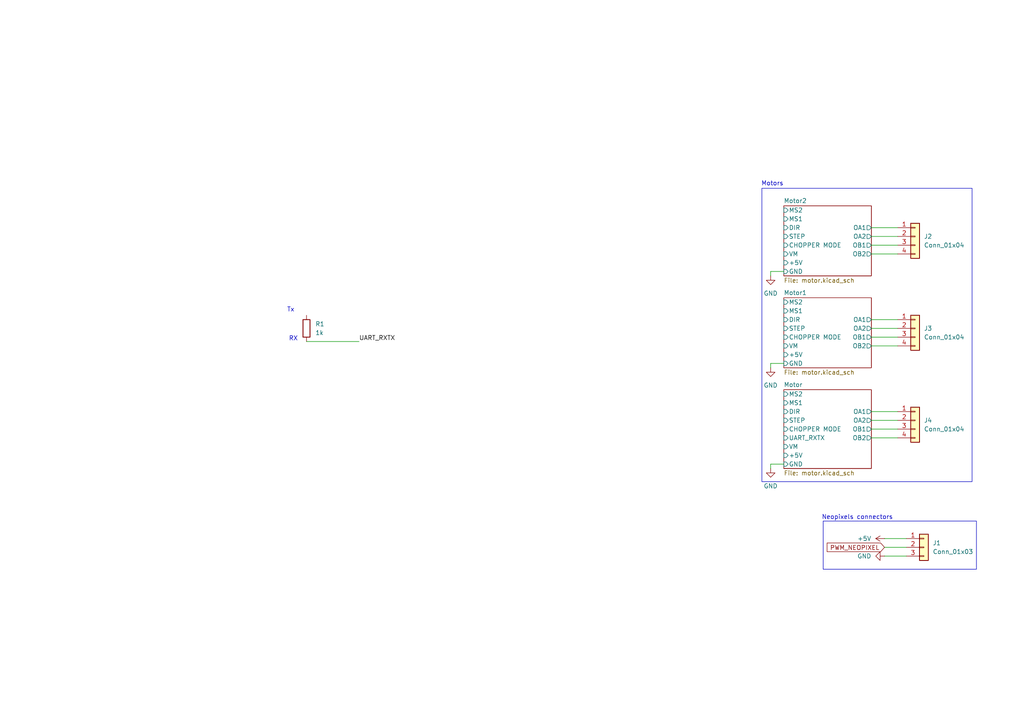
<source format=kicad_sch>
(kicad_sch (version 20250114) (generator "eeschema") (generator_version "9.0")
  (paper "A4")
  (lib_symbols
    (symbol "Connector_Generic:Conn_01x03" (pin_names (offset 1.016) (hide yes))
      (property "Reference" "J" (at 0 5.08 0))
      (property "Value" "Conn_01x03" (at 0 -5.08 0))
      (symbol "Conn_01x03_1_1"
        (rectangle (start -1.27 3.81) (end 1.27 -3.81) (stroke (width 0.254)) (fill (type background)))
        (rectangle (start -1.27 2.667) (end 0 2.413) (stroke (width 0.1524)))
        (rectangle (start -1.27 0.127) (end 0 -0.127) (stroke (width 0.1524)))
        (rectangle (start -1.27 -2.413) (end 0 -2.667) (stroke (width 0.1524)))
        (pin passive line (at -5.08 2.54 0) (length 3.81) (name "Pin_1") (number "1"))
        (pin passive line (at -5.08 0 0) (length 3.81) (name "Pin_2") (number "2"))
        (pin passive line (at -5.08 -2.54 0) (length 3.81) (name "Pin_3") (number "3"))
      )
    )
    (symbol "Connector_Generic:Conn_01x04" (pin_names (offset 1.016) (hide yes))
      (property "Reference" "J" (at 0 5.08 0))
      (property "Value" "Conn_01x04" (at 0 -7.62 0))
      (symbol "Conn_01x04_1_1"
        (rectangle (start -1.27 3.81) (end 1.27 -6.35) (stroke (width 0.254)) (fill (type background)))
        (rectangle (start -1.27 2.667) (end 0 2.413) (stroke (width 0.1524)))
        (rectangle (start -1.27 0.127) (end 0 -0.127) (stroke (width 0.1524)))
        (rectangle (start -1.27 -2.413) (end 0 -2.667) (stroke (width 0.1524)))
        (rectangle (start -1.27 -4.953) (end 0 -5.207) (stroke (width 0.1524)))
        (pin passive line (at -5.08 2.54 0) (length 3.81) (name "Pin_1") (number "1"))
        (pin passive line (at -5.08 0 0) (length 3.81) (name "Pin_2") (number "2"))
        (pin passive line (at -5.08 -2.54 0) (length 3.81) (name "Pin_3") (number "3"))
        (pin passive line (at -5.08 -5.08 0) (length 3.81) (name "Pin_4") (number "4"))
      )
    )
    (symbol "Device:R" (pin_numbers (hide yes)) (pin_names (offset 0))
      (property "Reference" "R" (at 2.032 0 90))
      (property "Value" "R" (at 0 0 90))
      (symbol "R_0_1"
        (rectangle (start -1.016 -2.54) (end 1.016 2.54) (stroke (width 0.254)))
      )
      (symbol "R_1_1"
        (pin passive line (at 0 3.81 270) (length 1.27) (name "~") (number "1"))
        (pin passive line (at 0 -3.81 90) (length 1.27) (name "~") (number "2"))
      )
    )
    (symbol "power:+5V" (power) (pin_numbers (hide yes)) (pin_names (offset 0) (hide yes))
      (property "Value" "+5V" (at 0 3.556 0))
      (symbol "+5V_0_1"
        (polyline (pts (xy -0.762 1.27) (xy 0 2.54)))
        (polyline (pts (xy 0 2.54) (xy 0.762 1.27)))
        (polyline (pts (xy 0 0) (xy 0 2.54)))
      )
      (symbol "+5V_1_1"
        (pin power_in line (at 0 0 90) (length 0) (name "~") (number "1"))
      )
    )
    (symbol "power:GND" (power) (pin_numbers (hide yes)) (pin_names (offset 0) (hide yes))
      (property "Value" "GND" (at 0 -3.81 0))
      (symbol "GND_0_1"
        (polyline (pts (xy 0 0) (xy 0 -1.27) (xy 1.27 -1.27) (xy 0 -2.54) (xy -1.27 -1.27) (xy 0 -1.27)))
      )
      (symbol "GND_1_1"
        (pin power_in line (at 0 0 270) (length 0) (name "~") (number "1"))
      )
    )
  )
  (rectangle (start 238.76 151.13) (end 283.21 165.1))
  (rectangle (start 220.98 54.61) (end 281.94 139.7))
  (text "Motors\n" (at 224.028 53.34 0) (effects (font (size 1.27 1.27))))
  (text "Neopixels connectors\n" (at 248.666 150.114 0) (effects (font (size 1.27 1.27))))
  (text "RX" (at 85.09 98.298 0) (effects (font (size 1.27 1.27))))
  (text "Tx\n\n" (at 84.328 90.932 0) (effects (font (size 1.27 1.27))))
  (wire (pts (xy 252.73 73.66) (xy 260.35 73.66)))
  (wire (pts (xy 252.73 66.04) (xy 260.35 66.04)))
  (wire (pts (xy 252.73 100.33) (xy 260.35 100.33)))
  (wire (pts (xy 252.73 97.79) (xy 260.35 97.79)))
  (wire (pts (xy 88.9 99.06) (xy 104.14 99.06)))
  (wire (pts (xy 252.73 95.25) (xy 260.35 95.25)))
  (wire (pts (xy 252.73 127) (xy 260.35 127)))
  (wire (pts (xy 256.54 156.21) (xy 262.89 156.21)))
  (wire (pts (xy 252.73 121.92) (xy 260.35 121.92)))
  (wire (pts (xy 252.73 124.46) (xy 260.35 124.46)))
  (wire (pts (xy 252.73 92.71) (xy 260.35 92.71)))
  (wire (pts (xy 227.33 134.62) (xy 223.52 134.62)))
  (wire (pts (xy 223.52 78.74) (xy 223.52 80.01)))
  (wire (pts (xy 252.73 68.58) (xy 260.35 68.58)))
  (wire (pts (xy 252.73 119.38) (xy 260.35 119.38)))
  (wire (pts (xy 223.52 105.41) (xy 223.52 106.68)))
  (wire (pts (xy 256.54 161.29) (xy 262.89 161.29)))
  (wire (pts (xy 227.33 78.74) (xy 223.52 78.74)))
  (wire (pts (xy 256.54 158.75) (xy 262.89 158.75)))
  (wire (pts (xy 223.52 134.62) (xy 223.52 135.89)))
  (wire (pts (xy 227.33 105.41) (xy 223.52 105.41)))
  (wire (pts (xy 252.73 71.12) (xy 260.35 71.12)))
  (label "UART_RXTX" (at 104.14 99.06 0))
  (global_label "PWM_NEOPIXEL" (shape input) (at 256.54 158.75 180) (property "Intersheetrefs" "${INTERSHEET_REFS}" (effects (hide yes))))
  (symbol (lib_id "power:GND") (at 256.54 161.29 270) (unit 1)
    (property "Reference" "#PWR03" (effects (hide yes)))
    (property "Value" "GND" (at 252.73 161.2899 90) (effects (justify right)))
    (property "Description" "Power symbol creates a global label with name \"GND\" , ground" (effects (hide yes)))
  )
  (symbol (lib_id "Connector_Generic:Conn_01x04") (at 265.43 68.58 0) (unit 1)
    (property "Reference" "J2" (at 267.97 68.5799 0) (effects (justify left)))
    (property "Value" "Conn_01x04" (at 267.97 71.1199 0) (effects (justify left)))
    (property "Description" "Generic connector, single row, 01x04, script generated (kicad-library-utils/schlib/autogen/connector/)" (effects (hide yes)))
  )
  (symbol (lib_id "Connector_Generic:Conn_01x04") (at 265.43 121.92 0) (unit 1)
    (property "Reference" "J4" (at 267.97 121.9199 0) (effects (justify left)))
    (property "Value" "Conn_01x04" (at 267.97 124.4599 0) (effects (justify left)))
    (property "Description" "Generic connector, single row, 01x04, script generated (kicad-library-utils/schlib/autogen/connector/)" (effects (hide yes)))
  )
  (symbol (lib_id "power:GND") (at 223.52 80.01 0) (unit 1)
    (property "Reference" "#PWR05" (effects (hide yes)))
    (property "Value" "GND" (at 223.52 85.09 0))
    (property "Description" "Power symbol creates a global label with name \"GND\" , ground" (effects (hide yes)))
  )
  (symbol (lib_id "power:GND") (at 223.52 135.89 0) (unit 1)
    (property "Reference" "#PWR01" (effects (hide yes)))
    (property "Value" "GND" (at 223.52 140.97 0))
    (property "Description" "Power symbol creates a global label with name \"GND\" , ground" (effects (hide yes)))
  )
  (symbol (lib_id "Connector_Generic:Conn_01x04") (at 265.43 95.25 0) (unit 1)
    (property "Reference" "J3" (at 267.97 95.2499 0) (effects (justify left)))
    (property "Value" "Conn_01x04" (at 267.97 97.7899 0) (effects (justify left)))
    (property "Description" "Generic connector, single row, 01x04, script generated (kicad-library-utils/schlib/autogen/connector/)" (effects (hide yes)))
  )
  (symbol (lib_id "Device:R") (at 88.9 95.25 0) (unit 1)
    (property "Reference" "R1" (at 91.44 93.9799 0) (effects (justify left)))
    (property "Value" "1k" (at 91.44 96.5199 0) (effects (justify left)))
    (property "Description" "Resistor" (effects (hide yes)))
  )
  (symbol (lib_id "power:GND") (at 223.52 106.68 0) (unit 1)
    (property "Reference" "#PWR04" (effects (hide yes)))
    (property "Value" "GND" (at 223.52 111.76 0))
    (property "Description" "Power symbol creates a global label with name \"GND\" , ground" (effects (hide yes)))
  )
  (symbol (lib_id "Connector_Generic:Conn_01x03") (at 267.97 158.75 0) (unit 1)
    (property "Reference" "J1" (at 270.51 157.4799 0) (effects (justify left)))
    (property "Value" "Conn_01x03" (at 270.51 160.0199 0) (effects (justify left)))
    (property "Description" "Generic connector, single row, 01x03, script generated (kicad-library-utils/schlib/autogen/connector/)" (effects (hide yes)))
  )
  (symbol (lib_id "power:+5V") (at 256.54 156.21 90) (unit 1)
    (property "Reference" "#PWR02" (effects (hide yes)))
    (property "Value" "+5V" (at 252.73 156.2099 90) (effects (justify left)))
    (property "Description" "Power symbol creates a global label with name \"+5V\"" (effects (hide yes)))
  )
  (sheet (at 227.33 59.69) (size 25.4 20.32) (stroke (width 0.1524))
    (property "Sheetname" "Motor2" (at 227.33 58.9784 0) (effects (justify left bottom)))
    (property "Sheetfile" "motor.kicad_sch" (at 227.33 80.5946 0) (effects (justify left top)))
    (pin "+5V" input (at 227.33 76.2 180))
    (pin "GND" input (at 227.33 78.74 180))
    (pin "MS1" input (at 227.33 63.5 180))
    (pin "MS2" input (at 227.33 60.96 180))
    (pin "OA1" output (at 252.73 66.04 0))
    (pin "OA2" output (at 252.73 68.58 0))
    (pin "OB1" output (at 252.73 71.12 0))
    (pin "OB2" output (at 252.73 73.66 0))
    (pin "VM" input (at 227.33 73.66 180))
    (pin "CHOPPER MODE" input (at 227.33 71.12 180))
    (pin "DIR" input (at 227.33 66.04 180))
    (pin "STEP" input (at 227.33 68.58 180))
  )
  (sheet (at 227.33 86.36) (size 25.4 20.32) (stroke (width 0.1524))
    (property "Sheetname" "Motor1" (at 227.33 85.6484 0) (effects (justify left bottom)))
    (property "Sheetfile" "motor.kicad_sch" (at 227.33 107.2646 0) (effects (justify left top)))
    (pin "+5V" input (at 227.33 102.87 180))
    (pin "GND" input (at 227.33 105.41 180))
    (pin "MS1" input (at 227.33 90.17 180))
    (pin "MS2" input (at 227.33 87.63 180))
    (pin "OA1" output (at 252.73 92.71 0))
    (pin "OA2" output (at 252.73 95.25 0))
    (pin "OB1" output (at 252.73 97.79 0))
    (pin "OB2" output (at 252.73 100.33 0))
    (pin "VM" input (at 227.33 100.33 180))
    (pin "CHOPPER MODE" input (at 227.33 97.79 180))
    (pin "DIR" input (at 227.33 92.71 180))
    (pin "STEP" input (at 227.33 95.25 180))
  )
  (sheet (at 227.33 113.03) (size 25.4 22.86) (stroke (width 0.1524))
    (property "Sheetname" "Motor" (at 227.33 112.3184 0) (effects (justify left bottom)))
    (property "Sheetfile" "motor.kicad_sch" (at 227.33 136.4746 0) (effects (justify left top)))
    (pin "+5V" input (at 227.33 132.08 180))
    (pin "GND" input (at 227.33 134.62 180))
    (pin "MS1" input (at 227.33 116.84 180))
    (pin "MS2" input (at 227.33 114.3 180))
    (pin "OA1" output (at 252.73 119.38 0))
    (pin "OA2" output (at 252.73 121.92 0))
    (pin "OB1" output (at 252.73 124.46 0))
    (pin "OB2" output (at 252.73 127 0))
    (pin "VM" input (at 227.33 129.54 180))
    (pin "CHOPPER MODE" input (at 227.33 124.46 180))
    (pin "DIR" input (at 227.33 119.38 180))
    (pin "STEP" input (at 227.33 121.92 180))
    (pin "UART_RXTX" input (at 227.33 127 180))
  )
)
</source>
